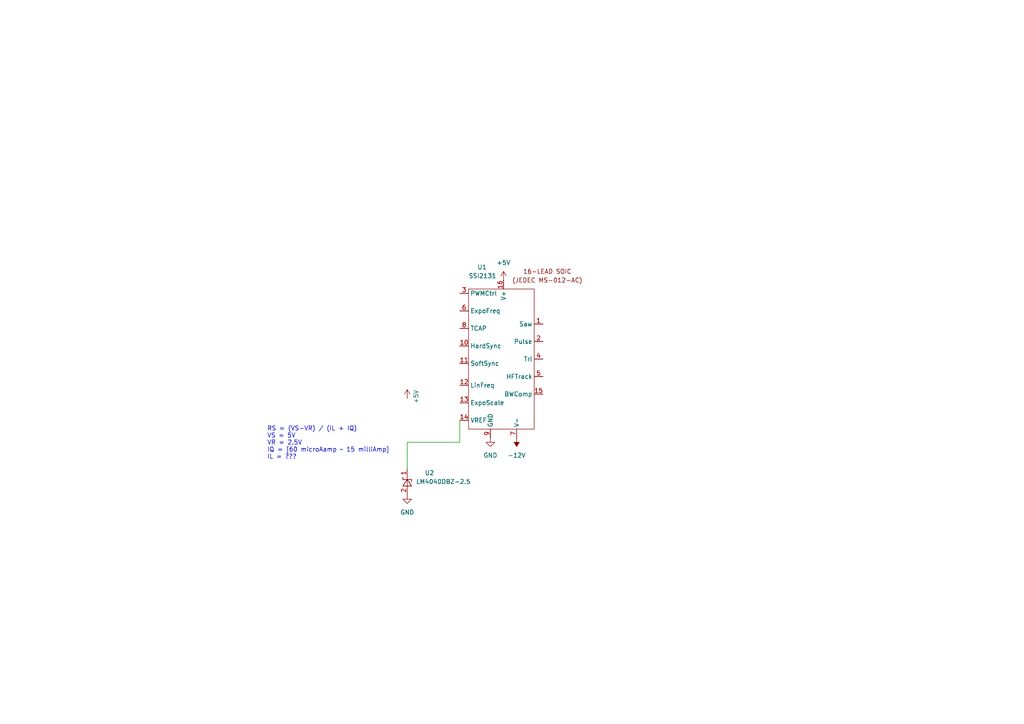
<source format=kicad_sch>
(kicad_sch (version 20211123) (generator eeschema)
  (paper "A4")
  (lib_symbols
    (symbol "Reference_Voltage:LM4040DBZ-2.5" (pin_names (offset 0.0254) hide)
      (property "Reference" "U" (at 0 2.54 0))
      (property "Value" "LM4040DBZ-2.5" (at 0 -3.175 0))
      (symbol "LM4040DBZ-2.5_0_1"
        (polyline (pts (xy -1.27 0) (xy 0 0) (xy 1.27 0)))
        (polyline (pts (xy -1.27 -1.27) (xy 0.635 0) (xy -1.27 1.27) (xy -1.27 -1.27)) (stroke (width 0.2032)))
        (polyline (pts (xy 0 -1.27) (xy 0.635 -1.27) (xy 0.635 1.27) (xy 1.27 1.27)) (stroke (width 0.2032)))
      )
      (symbol "LM4040DBZ-2.5_1_1"
        (pin passive line (at 3.81 0 180) (length 2.54) (name "K") (number "1"))
        (pin passive line (at -3.81 0 0) (length 2.54) (name "A") (number "2"))
      )
    )
    (symbol "SSI:SSI2131"
      (property "Reference" "U" (at 0 -2.54 0))
      (property "Value" "SSI2131" (at 0 -5.08 0))
      (symbol "SSI2131_0_0"
        (text "(JEDEC MS-012-AC)" (at 20.32 -5.08 0) (effects (font (size 1.27 1.27))))
        (text "16-LEAD SOIC" (at 20.32 -2.54 0) (effects (font (size 1.27 1.27))))
      )
      (symbol "SSI2131_0_1"
        (rectangle (start -2.54 -7.62) (end 16.51 -48.26))
      )
      (symbol "SSI2131_1_1"
        (pin output line (at 19.05 -17.78 180) (length 2.54) (name "Saw") (number "1"))
        (pin input line (at -5.08 -24.13 0) (length 2.54) (name "HardSync") (number "10"))
        (pin input line (at -5.08 -29.21 0) (length 2.54) (name "SoftSync") (number "11"))
        (pin input line (at -5.08 -35.56 0) (length 2.54) (name "LinFreq") (number "12"))
        (pin input line (at -5.08 -40.64 0) (length 2.54) (name "ExpoScale") (number "13"))
        (pin input line (at -5.08 -45.72 0) (length 2.54) (name "VREF") (number "14"))
        (pin output line (at 19.05 -38.1 180) (length 2.54) (name "BWComp") (number "15"))
        (pin power_in line (at 7.62 -5.08 270) (length 2.54) (name "V+") (number "16"))
        (pin output line (at 19.05 -22.86 180) (length 2.54) (name "Pulse") (number "2"))
        (pin input line (at -5.08 -8.89 0) (length 2.54) (name "PWMCtrl") (number "3"))
        (pin output line (at 19.05 -27.94 180) (length 2.54) (name "Tri") (number "4"))
        (pin output line (at 19.05 -33.02 180) (length 2.54) (name "HFTrack") (number "5"))
        (pin input line (at -5.08 -13.97 0) (length 2.54) (name "ExpoFreq") (number "6"))
        (pin power_in line (at 11.43 -50.8 90) (length 2.54) (name "V-") (number "7"))
        (pin input line (at -5.08 -19.05 0) (length 2.54) (name "TCAP") (number "8"))
        (pin power_in line (at 3.81 -50.8 90) (length 2.54) (name "GND") (number "9"))
      )
    )
    (symbol "power:+5V" (power) (pin_names (offset 0))
      (property "Value" "+5V" (at 0 3.556 0))
      (symbol "+5V_0_1"
        (polyline (pts (xy -0.762 1.27) (xy 0 2.54)))
        (polyline (pts (xy 0 0) (xy 0 2.54)))
        (polyline (pts (xy 0 2.54) (xy 0.762 1.27)))
      )
      (symbol "+5V_1_1"
        (pin power_in line (at 0 0 90) (length 0) hide (name "+5V") (number "1"))
      )
    )
    (symbol "power:-12V" (power) (pin_names (offset 0))
      (property "Value" "-12V" (at 0 3.81 0))
      (symbol "-12V_0_0"
        (pin power_in line (at 0 0 90) (length 0) hide (name "-12V") (number "1"))
      )
      (symbol "-12V_0_1"
        (polyline (pts (xy 0 0) (xy 0 1.27) (xy 0.762 1.27) (xy 0 2.54) (xy -0.762 1.27) (xy 0 1.27)) (fill (type outline)))
      )
    )
    (symbol "power:GND" (power) (pin_names (offset 0))
      (property "Value" "GND" (at 0 -3.81 0))
      (symbol "GND_0_1"
        (polyline (pts (xy 0 0) (xy 0 -1.27) (xy 1.27 -1.27) (xy 0 -2.54) (xy -1.27 -1.27) (xy 0 -1.27)))
      )
      (symbol "GND_1_1"
        (pin power_in line (at 0 0 270) (length 0) hide (name "GND") (number "1"))
      )
    )
  )
  (wire (pts (xy 133.35 121.92) (xy 133.35 128.27)))
  (wire (pts (xy 118.11 128.27) (xy 118.11 135.89)))
  (wire (pts (xy 133.35 128.27) (xy 118.11 128.27)))
  (text "RS = (VS-VR) / (IL + IQ)\nVS = 5V\nVR = 2.5V\nIQ = [60 microAamp ~ 15 milliAmp]\nIL = ???" (at 77.47 133.35 0) (effects (font (size 1.27 1.27)) (justify left bottom)))
  (symbol (lib_id "power:+5V") (at 118.11 115.57 0) (unit 1)
    (property "Reference" "#PWR?" (effects hide))
    (property "Value" "+5V" (at 120.65 113.03 90) (effects (justify right)))
  )
  (symbol (lib_id "SSI:SSI2131") (at 138.43 76.2 0) (unit 1)
    (property "Reference" "U1" (at 138.43 77.47 0) (effects (justify left)))
    (property "Value" "SSI2131" (at 135.89 80.01 0) (effects (justify left)))
    (property "Footprint" "Package_SO:SOIC-16_3.9x9.9mm_P1.27mm" (effects hide))
    (property "Datasheet" "https://www.soundsemiconductor.com/downloads/ssi2131datasheet.pdf" (effects hide))
  )
  (symbol (lib_id "Reference_Voltage:LM4040DBZ-2.5") (at 118.11 139.7 90) (unit 1)
    (property "Reference" "U2" (at 123.19 137.16 90) (effects (justify right)))
    (property "Value" "LM4040DBZ-2.5" (at 120.65 139.7 90) (effects (justify right)))
    (property "Footprint" "Package_TO_SOT_SMD:SOT-23" (effects hide))
    (property "Datasheet" "http://www.ti.com/lit/ds/symlink/lm4040-n.pdf" (effects hide))
  )
  (symbol (lib_id "power:-12V") (at 149.86 127 180) (unit 1)
    (property "Reference" "#PWR?" (effects hide))
    (property "Value" "-12V" (at 149.86 132.08 0))
  )
  (symbol (lib_id "power:GND") (at 118.11 143.51 0) (unit 1)
    (property "Reference" "#PWR?" (effects hide))
    (property "Value" "GND" (at 118.11 148.59 0))
  )
  (symbol (lib_id "power:GND") (at 142.24 127 0) (unit 1)
    (property "Reference" "#PWR?" (effects hide))
    (property "Value" "GND" (at 142.24 132.08 0))
  )
  (symbol (lib_id "power:+5V") (at 146.05 81.28 0) (unit 1)
    (property "Reference" "#PWR?" (effects hide))
    (property "Value" "+5V" (at 146.05 76.2 0))
  )
)
</source>
